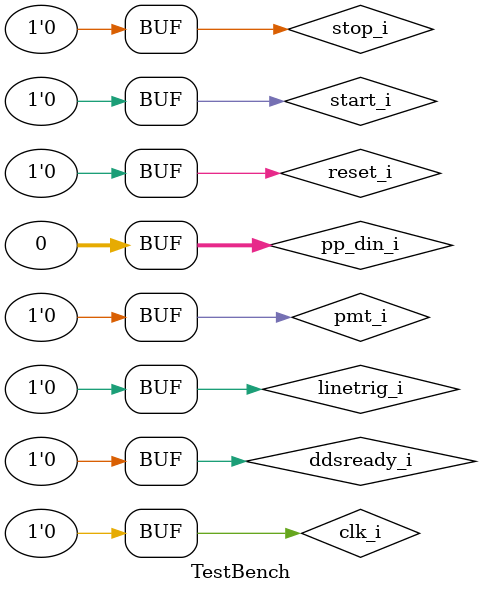
<source format=v>
`timescale 1ns / 1ps


module TestBench;

	// Inputs
	reg [31:0] pp_din_i;
	reg clk_i;
	reg reset_i;
	reg start_i;
	reg stop_i;
	reg pmt_i;
	reg ddsready_i;
	reg linetrig_i;

	// Outputs
	wire [11:0] pp_addr_o;
	wire pp_we_o;
	wire [31:0] pp_dout_o;
	wire pp_active_o;
	wire [31:0] ddsdata_o;
	wire [3:0] ddscmd_o;
	wire ddscmd_trig_o;
	wire [3:0] shutter_o;
	wire [11:0] PC_o;
	wire [7:0] cmd_o;
	wire [23:0] data_o;
	wire [31:0] W_o;

	// Instantiate the Unit Under Test (UUT)
	ppseq uut (
		.pp_addr_o(pp_addr_o), 
		.pp_we_o(pp_we_o), 
		.pp_dout_o(pp_dout_o), 
		.pp_active_o(pp_active_o), 
		.ddsdata_o(ddsdata_o), 
		.ddscmd_o(ddscmd_o), 
		.ddscmd_trig_o(ddscmd_trig_o), 
		.shutter_o(shutter_o), 
		.PC_o(PC_o), 
		.cmd_o(cmd_o), 
		.data_o(data_o), 
		.pp_din_i(pp_din_i), 
		.W_o(W_o), 
		.clk_i(clk_i), 
		.reset_i(reset_i), 
		.start_i(start_i), 
		.stop_i(stop_i), 
		.pmt_i(pmt_i), 
		.ddsready_i(ddsready_i), 
		.linetrig_i(linetrig_i)
	);

	initial begin
		// Initialize Inputs
		pp_din_i = 0;
		clk_i = 0;
		reset_i = 0;
		start_i = 0;
		stop_i = 0;
		pmt_i = 0;
		ddsready_i = 0;
		linetrig_i = 0;

		// Wait 100 ns for global reset to finish
		#100;
        
		// Add stimulus here

	end
      
endmodule


</source>
